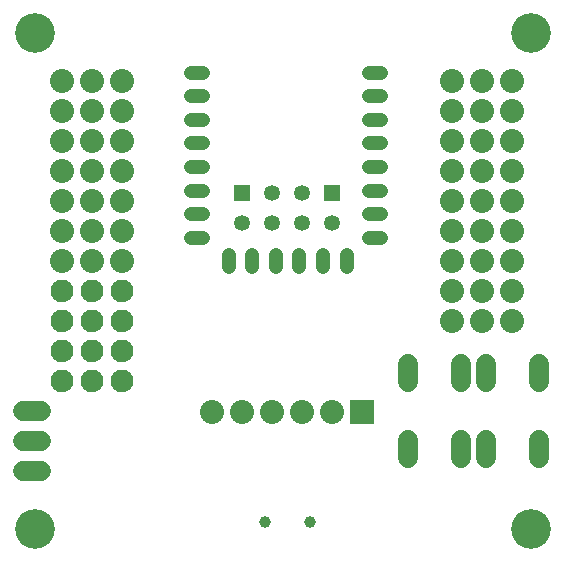
<source format=gbs>
G75*
%MOIN*%
%OFA0B0*%
%FSLAX24Y24*%
%IPPOS*%
%LPD*%
%AMOC8*
5,1,8,0,0,1.08239X$1,22.5*
%
%ADD10R,0.0800X0.0800*%
%ADD11C,0.0800*%
%ADD12C,0.0660*%
%ADD13R,0.0532X0.0532*%
%ADD14C,0.0532*%
%ADD15C,0.0476*%
%ADD16C,0.1320*%
%ADD17C,0.0760*%
%ADD18C,0.0395*%
D10*
X018112Y008886D03*
D11*
X017112Y008886D03*
X016112Y008886D03*
X015112Y008886D03*
X014112Y008886D03*
X013112Y008886D03*
X010112Y013916D03*
X010112Y014916D03*
X009112Y014916D03*
X008112Y014916D03*
X008112Y013916D03*
X009112Y013916D03*
X009112Y015916D03*
X010112Y015916D03*
X010112Y016916D03*
X010112Y017916D03*
X009112Y017916D03*
X008112Y017916D03*
X008112Y016916D03*
X009112Y016916D03*
X008112Y015916D03*
X008112Y018916D03*
X008112Y019916D03*
X009112Y019916D03*
X010112Y019916D03*
X010112Y018916D03*
X009112Y018916D03*
X021112Y018916D03*
X021112Y019916D03*
X022112Y019916D03*
X023112Y019916D03*
X023112Y018916D03*
X022112Y018916D03*
X022112Y017916D03*
X023112Y017916D03*
X023112Y016916D03*
X022112Y016916D03*
X021112Y016916D03*
X021112Y017916D03*
X021112Y015916D03*
X022112Y015916D03*
X023112Y015916D03*
X023112Y014916D03*
X022112Y014916D03*
X022112Y013916D03*
X023112Y013916D03*
X023112Y012916D03*
X022112Y012916D03*
X022112Y011916D03*
X023112Y011916D03*
X021112Y011916D03*
X021112Y012916D03*
X021112Y013916D03*
X021112Y014916D03*
D12*
X021402Y010496D02*
X021402Y009896D01*
X022222Y009896D02*
X022222Y010496D01*
X024002Y010496D02*
X024002Y009896D01*
X024002Y007936D02*
X024002Y007336D01*
X022222Y007336D02*
X022222Y007936D01*
X021402Y007936D02*
X021402Y007336D01*
X019622Y007336D02*
X019622Y007936D01*
X019622Y009896D02*
X019622Y010496D01*
X007412Y008916D02*
X006812Y008916D01*
X006812Y007916D02*
X007412Y007916D01*
X007412Y006916D02*
X006812Y006916D01*
D13*
X014106Y016196D03*
X017106Y016196D03*
D14*
X017106Y015196D03*
X016106Y015196D03*
X015106Y015196D03*
X014106Y015196D03*
X015106Y016196D03*
X016106Y016196D03*
D15*
X016015Y014120D02*
X016015Y013705D01*
X015228Y013705D02*
X015228Y014120D01*
X014441Y014120D02*
X014441Y013705D01*
X013653Y013705D02*
X013653Y014120D01*
X012817Y014687D02*
X012401Y014687D01*
X012401Y015475D02*
X012817Y015475D01*
X012817Y016262D02*
X012401Y016262D01*
X012401Y017049D02*
X012817Y017049D01*
X012817Y017837D02*
X012401Y017837D01*
X012401Y018624D02*
X012817Y018624D01*
X012817Y019412D02*
X012401Y019412D01*
X012401Y020199D02*
X012817Y020199D01*
X018328Y020199D02*
X018744Y020199D01*
X018744Y019412D02*
X018328Y019412D01*
X018328Y018624D02*
X018744Y018624D01*
X018744Y017837D02*
X018328Y017837D01*
X018328Y017049D02*
X018744Y017049D01*
X018744Y016262D02*
X018328Y016262D01*
X018328Y015475D02*
X018744Y015475D01*
X018744Y014687D02*
X018328Y014687D01*
X017590Y014120D02*
X017590Y013705D01*
X016803Y013705D02*
X016803Y014120D01*
D16*
X007187Y004990D03*
X023722Y004990D03*
X023722Y021526D03*
X007187Y021526D03*
D17*
X008112Y012916D03*
X009112Y012916D03*
X010112Y012916D03*
X010112Y011916D03*
X009112Y011916D03*
X008112Y011916D03*
X008112Y010916D03*
X009112Y010916D03*
X010112Y010916D03*
X010112Y009916D03*
X009112Y009916D03*
X008112Y009916D03*
D18*
X014864Y005232D03*
X016360Y005232D03*
M02*

</source>
